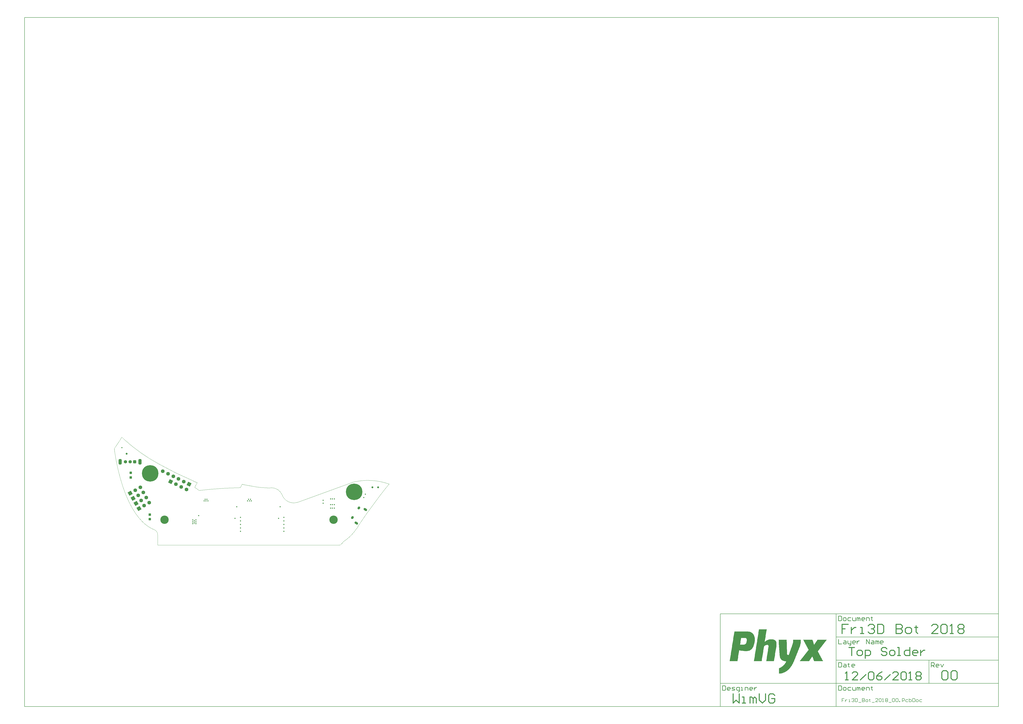
<source format=gts>
G04*
G04 #@! TF.GenerationSoftware,Altium Limited,Altium Designer,18.1.6 (161)*
G04*
G04 Layer_Color=8388736*
%FSLAX25Y25*%
%MOIN*%
G70*
G01*
G75*
%ADD11C,0.00787*%
%ADD12C,0.01575*%
%ADD13C,0.00394*%
%ADD14C,0.00984*%
G04:AMPARAMS|DCode=15|XSize=64.96mil|YSize=39.37mil|CornerRadius=0mil|HoleSize=0mil|Usage=FLASHONLY|Rotation=146.000|XOffset=0mil|YOffset=0mil|HoleType=Round|Shape=Round|*
%AMOVALD15*
21,1,0.02559,0.03937,0.00000,0.00000,146.0*
1,1,0.03937,0.01061,-0.00716*
1,1,0.03937,-0.01061,0.00716*
%
%ADD15OVALD15*%

G04:AMPARAMS|DCode=16|XSize=53.15mil|YSize=41.34mil|CornerRadius=0mil|HoleSize=0mil|Usage=FLASHONLY|Rotation=56.000|XOffset=0mil|YOffset=0mil|HoleType=Round|Shape=Round|*
%AMOVALD16*
21,1,0.01181,0.04134,0.00000,0.00000,56.0*
1,1,0.04134,-0.00330,-0.00490*
1,1,0.04134,0.00330,0.00490*
%
%ADD16OVALD16*%

%ADD17C,0.03150*%
G04:AMPARAMS|DCode=18|XSize=55.12mil|YSize=55.12mil|CornerRadius=14.76mil|HoleSize=0mil|Usage=FLASHONLY|Rotation=180.000|XOffset=0mil|YOffset=0mil|HoleType=Round|Shape=RoundedRectangle|*
%AMROUNDEDRECTD18*
21,1,0.05512,0.02559,0,0,180.0*
21,1,0.02559,0.05512,0,0,180.0*
1,1,0.02953,-0.01280,0.01280*
1,1,0.02953,0.01280,0.01280*
1,1,0.02953,0.01280,-0.01280*
1,1,0.02953,-0.01280,-0.01280*
%
%ADD18ROUNDEDRECTD18*%
%ADD19C,0.05512*%
G04:AMPARAMS|DCode=20|XSize=90.55mil|YSize=51.18mil|CornerRadius=13.78mil|HoleSize=0mil|Usage=FLASHONLY|Rotation=270.000|XOffset=0mil|YOffset=0mil|HoleType=Round|Shape=RoundedRectangle|*
%AMROUNDEDRECTD20*
21,1,0.09055,0.02362,0,0,270.0*
21,1,0.06299,0.05118,0,0,270.0*
1,1,0.02756,-0.01181,-0.03150*
1,1,0.02756,-0.01181,0.03150*
1,1,0.02756,0.01181,0.03150*
1,1,0.02756,0.01181,-0.03150*
%
%ADD20ROUNDEDRECTD20*%
%ADD21R,0.04331X0.04331*%
G04:AMPARAMS|DCode=22|XSize=43.31mil|YSize=43.31mil|CornerRadius=11.81mil|HoleSize=0mil|Usage=FLASHONLY|Rotation=270.000|XOffset=0mil|YOffset=0mil|HoleType=Round|Shape=RoundedRectangle|*
%AMROUNDEDRECTD22*
21,1,0.04331,0.01968,0,0,270.0*
21,1,0.01968,0.04331,0,0,270.0*
1,1,0.02362,-0.00984,-0.00984*
1,1,0.02362,-0.00984,0.00984*
1,1,0.02362,0.00984,0.00984*
1,1,0.02362,0.00984,-0.00984*
%
%ADD22ROUNDEDRECTD22*%
%ADD23C,0.14173*%
%ADD24C,0.27953*%
%ADD25C,0.06299*%
%ADD26P,0.08908X4X379.0*%
%ADD27P,0.08908X4X75.0*%
%ADD28C,0.01968*%
G36*
X913926Y-152365D02*
X915644D01*
Y-152651D01*
X916503D01*
Y-152937D01*
X917362D01*
Y-153224D01*
X918221D01*
Y-153510D01*
X918793D01*
Y-153796D01*
X919080D01*
Y-154083D01*
X919652D01*
Y-154369D01*
X919939D01*
Y-154655D01*
X920511D01*
Y-154942D01*
X920798D01*
Y-155228D01*
X921084D01*
Y-155514D01*
X921370D01*
Y-155801D01*
X921657D01*
Y-156087D01*
X921943D01*
Y-156373D01*
X922229D01*
Y-156659D01*
Y-156946D01*
X922515D01*
Y-157232D01*
X922802D01*
Y-157518D01*
Y-157805D01*
X923088D01*
Y-158091D01*
X923374D01*
Y-158377D01*
Y-158664D01*
X923661D01*
Y-158950D01*
Y-159236D01*
Y-159523D01*
X923947D01*
Y-159809D01*
Y-160095D01*
Y-160382D01*
X924233D01*
Y-160668D01*
Y-160954D01*
Y-161240D01*
Y-161527D01*
X924520D01*
Y-161813D01*
Y-162100D01*
Y-162386D01*
Y-162672D01*
Y-162958D01*
X924806D01*
Y-163245D01*
Y-163531D01*
Y-163817D01*
Y-164104D01*
Y-164390D01*
Y-164676D01*
Y-164963D01*
Y-165249D01*
Y-165535D01*
Y-165822D01*
Y-166108D01*
Y-166394D01*
Y-166681D01*
Y-166967D01*
Y-167253D01*
Y-167539D01*
Y-167826D01*
Y-168112D01*
Y-168398D01*
Y-168685D01*
X924520D01*
Y-168971D01*
Y-169257D01*
Y-169544D01*
Y-169830D01*
Y-170116D01*
Y-170403D01*
Y-170689D01*
X924233D01*
Y-170975D01*
Y-171262D01*
Y-171548D01*
Y-171834D01*
Y-172120D01*
X923947D01*
Y-172407D01*
Y-172693D01*
Y-172979D01*
Y-173266D01*
Y-173552D01*
X923661D01*
Y-173838D01*
Y-174125D01*
Y-174411D01*
X923374D01*
Y-174697D01*
Y-174984D01*
Y-175270D01*
Y-175556D01*
X923088D01*
Y-175842D01*
Y-176129D01*
Y-176415D01*
X922802D01*
Y-176701D01*
Y-176988D01*
X922515D01*
Y-177274D01*
Y-177560D01*
Y-177847D01*
X922229D01*
Y-178133D01*
Y-178419D01*
X921943D01*
Y-178706D01*
Y-178992D01*
X921657D01*
Y-179278D01*
Y-179565D01*
X921370D01*
Y-179851D01*
X921084D01*
Y-180137D01*
Y-180423D01*
X920798D01*
Y-180710D01*
X920511D01*
Y-180996D01*
X920225D01*
Y-181282D01*
Y-181569D01*
X919939D01*
Y-181855D01*
X919652D01*
Y-182141D01*
X919366D01*
Y-182428D01*
X919080D01*
Y-182714D01*
X918793D01*
Y-183000D01*
X918221D01*
Y-183287D01*
X917934D01*
Y-183573D01*
X917362D01*
Y-183859D01*
X917076D01*
Y-184146D01*
X916503D01*
Y-184432D01*
X915644D01*
Y-184718D01*
X914785D01*
Y-185004D01*
X913926D01*
Y-185291D01*
X912208D01*
Y-185577D01*
X907055D01*
Y-185291D01*
X904478D01*
Y-185004D01*
X902474D01*
Y-184718D01*
X901042D01*
Y-184432D01*
X899610D01*
Y-184146D01*
X898179D01*
Y-184432D01*
Y-184718D01*
Y-185004D01*
Y-185291D01*
Y-185577D01*
Y-185863D01*
Y-186150D01*
X897892D01*
Y-186436D01*
Y-186722D01*
Y-187009D01*
Y-187295D01*
Y-187581D01*
Y-187868D01*
X897606D01*
Y-188154D01*
Y-188440D01*
Y-188727D01*
Y-189013D01*
Y-189299D01*
Y-189585D01*
X897320D01*
Y-189872D01*
Y-190158D01*
Y-190444D01*
Y-190731D01*
Y-191017D01*
Y-191303D01*
Y-191590D01*
X897034D01*
Y-191876D01*
Y-192162D01*
Y-192449D01*
Y-192735D01*
Y-193021D01*
Y-193308D01*
X896747D01*
Y-193594D01*
Y-193880D01*
Y-194167D01*
Y-194453D01*
Y-194739D01*
Y-195025D01*
X896461D01*
Y-195312D01*
Y-195598D01*
Y-195884D01*
Y-196171D01*
Y-196457D01*
Y-196743D01*
Y-197030D01*
X896175D01*
Y-197316D01*
Y-197602D01*
Y-197889D01*
Y-198175D01*
Y-198461D01*
Y-198748D01*
X895888D01*
Y-199034D01*
Y-199320D01*
Y-199606D01*
Y-199893D01*
Y-200179D01*
Y-200465D01*
X895602D01*
Y-200752D01*
Y-201038D01*
Y-201324D01*
Y-201611D01*
Y-201897D01*
Y-202183D01*
Y-202470D01*
X882145D01*
Y-202183D01*
X882432D01*
Y-201897D01*
Y-201611D01*
Y-201324D01*
Y-201038D01*
Y-200752D01*
X882718D01*
Y-200465D01*
Y-200179D01*
Y-199893D01*
Y-199606D01*
Y-199320D01*
Y-199034D01*
Y-198748D01*
X883004D01*
Y-198461D01*
Y-198175D01*
Y-197889D01*
Y-197602D01*
Y-197316D01*
Y-197030D01*
X883291D01*
Y-196743D01*
Y-196457D01*
Y-196171D01*
Y-195884D01*
Y-195598D01*
Y-195312D01*
X883577D01*
Y-195025D01*
Y-194739D01*
Y-194453D01*
Y-194167D01*
Y-193880D01*
Y-193594D01*
Y-193308D01*
X883863D01*
Y-193021D01*
Y-192735D01*
Y-192449D01*
Y-192162D01*
Y-191876D01*
Y-191590D01*
X884149D01*
Y-191303D01*
Y-191017D01*
Y-190731D01*
Y-190444D01*
Y-190158D01*
Y-189872D01*
X884436D01*
Y-189585D01*
Y-189299D01*
Y-189013D01*
Y-188727D01*
Y-188440D01*
Y-188154D01*
X884722D01*
Y-187868D01*
Y-187581D01*
Y-187295D01*
Y-187009D01*
Y-186722D01*
Y-186436D01*
Y-186150D01*
X885009D01*
Y-185863D01*
Y-185577D01*
Y-185291D01*
Y-185004D01*
Y-184718D01*
Y-184432D01*
X885295D01*
Y-184146D01*
Y-183859D01*
Y-183573D01*
Y-183287D01*
Y-183000D01*
Y-182714D01*
X885581D01*
Y-182428D01*
Y-182141D01*
Y-181855D01*
Y-181569D01*
Y-181282D01*
Y-180996D01*
X885867D01*
Y-180710D01*
Y-180423D01*
Y-180137D01*
Y-179851D01*
Y-179565D01*
Y-179278D01*
Y-178992D01*
X886154D01*
Y-178706D01*
Y-178419D01*
Y-178133D01*
Y-177847D01*
Y-177560D01*
Y-177274D01*
X886440D01*
Y-176988D01*
Y-176701D01*
Y-176415D01*
Y-176129D01*
Y-175842D01*
Y-175556D01*
X886726D01*
Y-175270D01*
Y-174984D01*
Y-174697D01*
Y-174411D01*
Y-174125D01*
Y-173838D01*
Y-173552D01*
X887013D01*
Y-173266D01*
Y-172979D01*
Y-172693D01*
Y-172407D01*
Y-172120D01*
Y-171834D01*
X887299D01*
Y-171548D01*
Y-171262D01*
Y-170975D01*
Y-170689D01*
Y-170403D01*
Y-170116D01*
X887585D01*
Y-169830D01*
Y-169544D01*
Y-169257D01*
Y-168971D01*
Y-168685D01*
Y-168398D01*
X887872D01*
Y-168112D01*
Y-167826D01*
Y-167539D01*
Y-167253D01*
Y-166967D01*
Y-166681D01*
Y-166394D01*
X888158D01*
Y-166108D01*
Y-165822D01*
Y-165535D01*
Y-165249D01*
Y-164963D01*
Y-164676D01*
X888444D01*
Y-164390D01*
Y-164104D01*
Y-163817D01*
Y-163531D01*
Y-163245D01*
Y-162958D01*
X888731D01*
Y-162672D01*
Y-162386D01*
Y-162100D01*
Y-161813D01*
Y-161527D01*
Y-161240D01*
Y-160954D01*
X889017D01*
Y-160668D01*
Y-160382D01*
Y-160095D01*
Y-159809D01*
Y-159523D01*
Y-159236D01*
X889303D01*
Y-158950D01*
Y-158664D01*
Y-158377D01*
Y-158091D01*
Y-157805D01*
Y-157518D01*
X889590D01*
Y-157232D01*
Y-156946D01*
Y-156659D01*
Y-156373D01*
Y-156087D01*
Y-155801D01*
Y-155514D01*
X889876D01*
Y-155228D01*
Y-154942D01*
Y-154655D01*
Y-154369D01*
Y-154083D01*
Y-153796D01*
X890162D01*
Y-153510D01*
Y-153224D01*
Y-152937D01*
Y-152651D01*
Y-152365D01*
Y-152078D01*
X913926D01*
Y-152365D01*
D02*
G37*
G36*
X945134Y-148929D02*
Y-149215D01*
X944848D01*
Y-149502D01*
Y-149788D01*
Y-150074D01*
Y-150361D01*
Y-150647D01*
Y-150933D01*
X944561D01*
Y-151220D01*
Y-151506D01*
Y-151792D01*
Y-152078D01*
Y-152365D01*
Y-152651D01*
X944275D01*
Y-152937D01*
Y-153224D01*
Y-153510D01*
Y-153796D01*
Y-154083D01*
Y-154369D01*
Y-154655D01*
X943989D01*
Y-154942D01*
Y-155228D01*
Y-155514D01*
Y-155801D01*
Y-156087D01*
Y-156373D01*
X943703D01*
Y-156659D01*
Y-156946D01*
Y-157232D01*
Y-157518D01*
Y-157805D01*
Y-158091D01*
X943416D01*
Y-158377D01*
Y-158664D01*
Y-158950D01*
Y-159236D01*
Y-159523D01*
Y-159809D01*
Y-160095D01*
X943130D01*
Y-160382D01*
Y-160668D01*
Y-160954D01*
Y-161240D01*
Y-161527D01*
Y-161813D01*
X942844D01*
Y-162100D01*
Y-162386D01*
Y-162672D01*
Y-162958D01*
Y-163245D01*
Y-163531D01*
X942557D01*
Y-163817D01*
Y-164104D01*
Y-164390D01*
Y-164676D01*
Y-164963D01*
Y-165249D01*
X942271D01*
Y-165535D01*
Y-165822D01*
Y-166108D01*
Y-166394D01*
Y-166681D01*
Y-166967D01*
Y-167253D01*
X941985D01*
Y-167539D01*
Y-167826D01*
Y-168112D01*
Y-168398D01*
Y-168685D01*
Y-168971D01*
X941698D01*
Y-169257D01*
Y-169544D01*
X942271D01*
Y-169257D01*
X942557D01*
Y-168971D01*
X942844D01*
Y-168685D01*
X943416D01*
Y-168398D01*
X943703D01*
Y-168112D01*
X943989D01*
Y-167826D01*
X944561D01*
Y-167539D01*
X945134D01*
Y-167253D01*
X945420D01*
Y-166967D01*
X945993D01*
Y-166681D01*
X946852D01*
Y-166394D01*
X947425D01*
Y-166108D01*
X948284D01*
Y-165822D01*
X949715D01*
Y-165535D01*
X956014D01*
Y-165822D01*
X957159D01*
Y-166108D01*
X958018D01*
Y-166394D01*
X958591D01*
Y-166681D01*
X958877D01*
Y-166967D01*
X959450D01*
Y-167253D01*
X959736D01*
Y-167539D01*
X960022D01*
Y-167826D01*
X960309D01*
Y-168112D01*
X960595D01*
Y-168398D01*
Y-168685D01*
X960881D01*
Y-168971D01*
Y-169257D01*
X961168D01*
Y-169544D01*
Y-169830D01*
Y-170116D01*
X961454D01*
Y-170403D01*
Y-170689D01*
Y-170975D01*
Y-171262D01*
X961740D01*
Y-171548D01*
Y-171834D01*
Y-172120D01*
Y-172407D01*
Y-172693D01*
Y-172979D01*
Y-173266D01*
Y-173552D01*
Y-173838D01*
Y-174125D01*
Y-174411D01*
Y-174697D01*
Y-174984D01*
Y-175270D01*
Y-175556D01*
Y-175842D01*
Y-176129D01*
Y-176415D01*
X961454D01*
Y-176701D01*
Y-176988D01*
Y-177274D01*
Y-177560D01*
Y-177847D01*
Y-178133D01*
Y-178419D01*
X961168D01*
Y-178706D01*
Y-178992D01*
Y-179278D01*
Y-179565D01*
Y-179851D01*
Y-180137D01*
Y-180423D01*
X960881D01*
Y-180710D01*
Y-180996D01*
Y-181282D01*
Y-181569D01*
Y-181855D01*
Y-182141D01*
X960595D01*
Y-182428D01*
Y-182714D01*
Y-183000D01*
Y-183287D01*
Y-183573D01*
Y-183859D01*
X960309D01*
Y-184146D01*
Y-184432D01*
Y-184718D01*
Y-185004D01*
Y-185291D01*
Y-185577D01*
X960022D01*
Y-185863D01*
Y-186150D01*
Y-186436D01*
Y-186722D01*
Y-187009D01*
Y-187295D01*
Y-187581D01*
X959736D01*
Y-187868D01*
Y-188154D01*
Y-188440D01*
Y-188727D01*
Y-189013D01*
Y-189299D01*
X959450D01*
Y-189585D01*
Y-189872D01*
Y-190158D01*
Y-190444D01*
Y-190731D01*
Y-191017D01*
X959163D01*
Y-191303D01*
Y-191590D01*
Y-191876D01*
Y-192162D01*
Y-192449D01*
Y-192735D01*
Y-193021D01*
X958877D01*
Y-193308D01*
Y-193594D01*
Y-193880D01*
Y-194167D01*
Y-194453D01*
Y-194739D01*
X958591D01*
Y-195025D01*
Y-195312D01*
Y-195598D01*
Y-195884D01*
Y-196171D01*
Y-196457D01*
X958305D01*
Y-196743D01*
Y-197030D01*
Y-197316D01*
Y-197602D01*
Y-197889D01*
Y-198175D01*
X958018D01*
Y-198461D01*
Y-198748D01*
Y-199034D01*
Y-199320D01*
Y-199606D01*
Y-199893D01*
Y-200179D01*
X957732D01*
Y-200465D01*
Y-200752D01*
Y-201038D01*
Y-201324D01*
Y-201611D01*
Y-201897D01*
X957446D01*
Y-202183D01*
Y-202470D01*
X944275D01*
Y-202183D01*
Y-201897D01*
X944561D01*
Y-201611D01*
Y-201324D01*
Y-201038D01*
Y-200752D01*
Y-200465D01*
Y-200179D01*
X944848D01*
Y-199893D01*
Y-199606D01*
Y-199320D01*
Y-199034D01*
Y-198748D01*
Y-198461D01*
Y-198175D01*
X945134D01*
Y-197889D01*
Y-197602D01*
Y-197316D01*
Y-197030D01*
Y-196743D01*
Y-196457D01*
X945420D01*
Y-196171D01*
Y-195884D01*
Y-195598D01*
Y-195312D01*
Y-195025D01*
Y-194739D01*
X945707D01*
Y-194453D01*
Y-194167D01*
Y-193880D01*
Y-193594D01*
Y-193308D01*
Y-193021D01*
Y-192735D01*
X945993D01*
Y-192449D01*
Y-192162D01*
Y-191876D01*
Y-191590D01*
Y-191303D01*
Y-191017D01*
X946279D01*
Y-190731D01*
Y-190444D01*
Y-190158D01*
Y-189872D01*
Y-189585D01*
Y-189299D01*
Y-189013D01*
X946566D01*
Y-188727D01*
Y-188440D01*
Y-188154D01*
Y-187868D01*
Y-187581D01*
Y-187295D01*
X946852D01*
Y-187009D01*
Y-186722D01*
Y-186436D01*
Y-186150D01*
Y-185863D01*
Y-185577D01*
X947138D01*
Y-185291D01*
Y-185004D01*
Y-184718D01*
Y-184432D01*
Y-184146D01*
Y-183859D01*
X947425D01*
Y-183573D01*
Y-183287D01*
Y-183000D01*
Y-182714D01*
Y-182428D01*
Y-182141D01*
Y-181855D01*
X947711D01*
Y-181569D01*
Y-181282D01*
Y-180996D01*
Y-180710D01*
Y-180423D01*
Y-180137D01*
X947997D01*
Y-179851D01*
Y-179565D01*
Y-179278D01*
Y-178992D01*
Y-178706D01*
Y-178419D01*
Y-178133D01*
X948284D01*
Y-177847D01*
Y-177560D01*
Y-177274D01*
Y-176988D01*
Y-176701D01*
Y-176415D01*
X947997D01*
Y-176129D01*
Y-175842D01*
X947711D01*
Y-175556D01*
X947425D01*
Y-175270D01*
X946852D01*
Y-174984D01*
X945134D01*
Y-175270D01*
X943703D01*
Y-175556D01*
X942844D01*
Y-175842D01*
X942271D01*
Y-176129D01*
X941985D01*
Y-176415D01*
X941412D01*
Y-176701D01*
X941126D01*
Y-176988D01*
X940839D01*
Y-177274D01*
Y-177560D01*
X940553D01*
Y-177847D01*
Y-178133D01*
Y-178419D01*
X940267D01*
Y-178706D01*
Y-178992D01*
Y-179278D01*
Y-179565D01*
Y-179851D01*
Y-180137D01*
X939981D01*
Y-180423D01*
Y-180710D01*
Y-180996D01*
Y-181282D01*
Y-181569D01*
Y-181855D01*
Y-182141D01*
X939694D01*
Y-182428D01*
Y-182714D01*
Y-183000D01*
Y-183287D01*
Y-183573D01*
Y-183859D01*
X939408D01*
Y-184146D01*
Y-184432D01*
Y-184718D01*
Y-185004D01*
Y-185291D01*
Y-185577D01*
X939122D01*
Y-185863D01*
Y-186150D01*
Y-186436D01*
Y-186722D01*
Y-187009D01*
Y-187295D01*
X938835D01*
Y-187581D01*
Y-187868D01*
Y-188154D01*
Y-188440D01*
Y-188727D01*
Y-189013D01*
Y-189299D01*
X938549D01*
Y-189585D01*
Y-189872D01*
Y-190158D01*
Y-190444D01*
Y-190731D01*
Y-191017D01*
X938263D01*
Y-191303D01*
Y-191590D01*
Y-191876D01*
Y-192162D01*
Y-192449D01*
Y-192735D01*
X937976D01*
Y-193021D01*
Y-193308D01*
Y-193594D01*
Y-193880D01*
Y-194167D01*
Y-194453D01*
Y-194739D01*
X937690D01*
Y-195025D01*
Y-195312D01*
Y-195598D01*
Y-195884D01*
Y-196171D01*
Y-196457D01*
X937404D01*
Y-196743D01*
Y-197030D01*
Y-197316D01*
Y-197602D01*
Y-197889D01*
Y-198175D01*
X937117D01*
Y-198461D01*
Y-198748D01*
Y-199034D01*
Y-199320D01*
Y-199606D01*
Y-199893D01*
X936831D01*
Y-200179D01*
Y-200465D01*
Y-200752D01*
Y-201038D01*
Y-201324D01*
Y-201611D01*
Y-201897D01*
X936545D01*
Y-202183D01*
Y-202470D01*
X923374D01*
Y-202183D01*
Y-201897D01*
X923661D01*
Y-201611D01*
Y-201324D01*
Y-201038D01*
Y-200752D01*
Y-200465D01*
Y-200179D01*
Y-199893D01*
X923947D01*
Y-199606D01*
Y-199320D01*
Y-199034D01*
Y-198748D01*
Y-198461D01*
Y-198175D01*
X924233D01*
Y-197889D01*
Y-197602D01*
Y-197316D01*
Y-197030D01*
Y-196743D01*
Y-196457D01*
X924520D01*
Y-196171D01*
Y-195884D01*
Y-195598D01*
Y-195312D01*
Y-195025D01*
Y-194739D01*
Y-194453D01*
X924806D01*
Y-194167D01*
Y-193880D01*
Y-193594D01*
Y-193308D01*
Y-193021D01*
Y-192735D01*
X925092D01*
Y-192449D01*
Y-192162D01*
Y-191876D01*
Y-191590D01*
Y-191303D01*
Y-191017D01*
X925379D01*
Y-190731D01*
Y-190444D01*
Y-190158D01*
Y-189872D01*
Y-189585D01*
Y-189299D01*
X925665D01*
Y-189013D01*
Y-188727D01*
Y-188440D01*
Y-188154D01*
Y-187868D01*
Y-187581D01*
Y-187295D01*
X925951D01*
Y-187009D01*
Y-186722D01*
Y-186436D01*
Y-186150D01*
Y-185863D01*
Y-185577D01*
X926237D01*
Y-185291D01*
Y-185004D01*
Y-184718D01*
Y-184432D01*
Y-184146D01*
Y-183859D01*
X926524D01*
Y-183573D01*
Y-183287D01*
Y-183000D01*
Y-182714D01*
Y-182428D01*
Y-182141D01*
Y-181855D01*
X926810D01*
Y-181569D01*
Y-181282D01*
Y-180996D01*
Y-180710D01*
Y-180423D01*
Y-180137D01*
X927096D01*
Y-179851D01*
Y-179565D01*
Y-179278D01*
Y-178992D01*
Y-178706D01*
Y-178419D01*
X927383D01*
Y-178133D01*
Y-177847D01*
Y-177560D01*
Y-177274D01*
Y-176988D01*
Y-176701D01*
X927669D01*
Y-176415D01*
Y-176129D01*
Y-175842D01*
Y-175556D01*
Y-175270D01*
Y-174984D01*
Y-174697D01*
X927955D01*
Y-174411D01*
Y-174125D01*
Y-173838D01*
Y-173552D01*
Y-173266D01*
Y-172979D01*
X928242D01*
Y-172693D01*
Y-172407D01*
Y-172120D01*
Y-171834D01*
Y-171548D01*
Y-171262D01*
X928528D01*
Y-170975D01*
Y-170689D01*
Y-170403D01*
Y-170116D01*
Y-169830D01*
Y-169544D01*
X928814D01*
Y-169257D01*
Y-168971D01*
Y-168685D01*
Y-168398D01*
Y-168112D01*
Y-167826D01*
Y-167539D01*
X929101D01*
Y-167253D01*
Y-166967D01*
Y-166681D01*
Y-166394D01*
Y-166108D01*
Y-165822D01*
X929387D01*
Y-165535D01*
Y-165249D01*
Y-164963D01*
Y-164676D01*
Y-164390D01*
Y-164104D01*
X929673D01*
Y-163817D01*
Y-163531D01*
Y-163245D01*
Y-162958D01*
Y-162672D01*
Y-162386D01*
Y-162100D01*
X929960D01*
Y-161813D01*
Y-161527D01*
Y-161240D01*
Y-160954D01*
Y-160668D01*
Y-160382D01*
X930246D01*
Y-160095D01*
Y-159809D01*
Y-159523D01*
Y-159236D01*
Y-158950D01*
Y-158664D01*
X930532D01*
Y-158377D01*
Y-158091D01*
Y-157805D01*
Y-157518D01*
Y-157232D01*
Y-156946D01*
X930818D01*
Y-156659D01*
Y-156373D01*
Y-156087D01*
Y-155801D01*
Y-155514D01*
Y-155228D01*
Y-154942D01*
X931105D01*
Y-154655D01*
Y-154369D01*
Y-154083D01*
Y-153796D01*
Y-153510D01*
Y-153224D01*
X931391D01*
Y-152937D01*
Y-152651D01*
Y-152365D01*
Y-152078D01*
Y-151792D01*
Y-151506D01*
X931678D01*
Y-151220D01*
Y-150933D01*
Y-150647D01*
Y-150361D01*
Y-150074D01*
Y-149788D01*
Y-149502D01*
X931964D01*
Y-149215D01*
Y-148929D01*
Y-148643D01*
X945134D01*
Y-148929D01*
D02*
G37*
G36*
X1047062Y-166394D02*
X1046775D01*
Y-166681D01*
X1046489D01*
Y-166967D01*
Y-167253D01*
X1046203D01*
Y-167539D01*
X1045916D01*
Y-167826D01*
X1045630D01*
Y-168112D01*
Y-168398D01*
X1045344D01*
Y-168685D01*
X1045057D01*
Y-168971D01*
X1044771D01*
Y-169257D01*
X1044485D01*
Y-169544D01*
Y-169830D01*
X1044198D01*
Y-170116D01*
X1043912D01*
Y-170403D01*
X1043626D01*
Y-170689D01*
Y-170975D01*
X1043340D01*
Y-171262D01*
X1043053D01*
Y-171548D01*
X1042767D01*
Y-171834D01*
X1042480D01*
Y-172120D01*
Y-172407D01*
X1042194D01*
Y-172693D01*
X1041908D01*
Y-172979D01*
X1041622D01*
Y-173266D01*
Y-173552D01*
X1041335D01*
Y-173838D01*
X1041049D01*
Y-174125D01*
X1040763D01*
Y-174411D01*
Y-174697D01*
X1040476D01*
Y-174984D01*
X1040190D01*
Y-175270D01*
X1039904D01*
Y-175556D01*
X1039617D01*
Y-175842D01*
Y-176129D01*
X1039331D01*
Y-176415D01*
X1039045D01*
Y-176701D01*
X1038758D01*
Y-176988D01*
Y-177274D01*
X1038472D01*
Y-177560D01*
X1038186D01*
Y-177847D01*
X1037899D01*
Y-178133D01*
Y-178419D01*
X1037613D01*
Y-178706D01*
X1037327D01*
Y-178992D01*
X1037041D01*
Y-179278D01*
X1036754D01*
Y-179565D01*
Y-179851D01*
X1036468D01*
Y-180137D01*
X1036182D01*
Y-180423D01*
X1035895D01*
Y-180710D01*
Y-180996D01*
X1035609D01*
Y-181282D01*
X1035323D01*
Y-181569D01*
X1035036D01*
Y-181855D01*
Y-182141D01*
X1034750D01*
Y-182428D01*
X1034464D01*
Y-182714D01*
X1034177D01*
Y-183000D01*
X1033891D01*
Y-183287D01*
Y-183573D01*
X1033605D01*
Y-183859D01*
X1033319D01*
Y-184146D01*
X1033032D01*
Y-184432D01*
Y-184718D01*
X1032746D01*
Y-185004D01*
X1032460D01*
Y-185291D01*
X1032173D01*
Y-185577D01*
X1031887D01*
Y-185863D01*
Y-186150D01*
X1032173D01*
Y-186436D01*
Y-186722D01*
X1032460D01*
Y-187009D01*
Y-187295D01*
X1032746D01*
Y-187581D01*
X1033032D01*
Y-187868D01*
Y-188154D01*
X1033319D01*
Y-188440D01*
Y-188727D01*
X1033605D01*
Y-189013D01*
Y-189299D01*
X1033891D01*
Y-189585D01*
Y-189872D01*
X1034177D01*
Y-190158D01*
Y-190444D01*
X1034464D01*
Y-190731D01*
Y-191017D01*
X1034750D01*
Y-191303D01*
Y-191590D01*
X1035036D01*
Y-191876D01*
Y-192162D01*
X1035323D01*
Y-192449D01*
X1035609D01*
Y-192735D01*
Y-193021D01*
X1035895D01*
Y-193308D01*
Y-193594D01*
X1036182D01*
Y-193880D01*
Y-194167D01*
X1036468D01*
Y-194453D01*
Y-194739D01*
X1036754D01*
Y-195025D01*
Y-195312D01*
X1037041D01*
Y-195598D01*
Y-195884D01*
X1037327D01*
Y-196171D01*
Y-196457D01*
X1037613D01*
Y-196743D01*
X1037899D01*
Y-197030D01*
Y-197316D01*
X1038186D01*
Y-197602D01*
Y-197889D01*
X1038472D01*
Y-198175D01*
Y-198461D01*
X1038758D01*
Y-198748D01*
Y-199034D01*
X1039045D01*
Y-199320D01*
Y-199606D01*
X1039331D01*
Y-199893D01*
Y-200179D01*
X1039617D01*
Y-200465D01*
Y-200752D01*
X1039904D01*
Y-201038D01*
X1040190D01*
Y-201324D01*
Y-201611D01*
X1040476D01*
Y-201897D01*
Y-202183D01*
X1040763D01*
Y-202470D01*
X1025588D01*
Y-202183D01*
X1025302D01*
Y-201897D01*
Y-201611D01*
Y-201324D01*
X1025016D01*
Y-201038D01*
Y-200752D01*
Y-200465D01*
X1024729D01*
Y-200179D01*
Y-199893D01*
X1024443D01*
Y-199606D01*
Y-199320D01*
Y-199034D01*
X1024156D01*
Y-198748D01*
Y-198461D01*
Y-198175D01*
X1023870D01*
Y-197889D01*
Y-197602D01*
X1023584D01*
Y-197316D01*
Y-197030D01*
Y-196743D01*
X1023298D01*
Y-196457D01*
Y-196171D01*
Y-195884D01*
X1023011D01*
Y-195598D01*
Y-195312D01*
Y-195025D01*
X1022725D01*
Y-194739D01*
X1022152D01*
Y-195025D01*
Y-195312D01*
X1021866D01*
Y-195598D01*
X1021580D01*
Y-195884D01*
Y-196171D01*
X1021293D01*
Y-196457D01*
X1021007D01*
Y-196743D01*
Y-197030D01*
X1020721D01*
Y-197316D01*
X1020434D01*
Y-197602D01*
Y-197889D01*
X1020148D01*
Y-198175D01*
X1019862D01*
Y-198461D01*
X1019576D01*
Y-198748D01*
Y-199034D01*
X1019289D01*
Y-199320D01*
X1019003D01*
Y-199606D01*
Y-199893D01*
X1018717D01*
Y-200179D01*
X1018430D01*
Y-200465D01*
Y-200752D01*
X1018144D01*
Y-201038D01*
X1017858D01*
Y-201324D01*
Y-201611D01*
X1017571D01*
Y-201897D01*
X1017285D01*
Y-202183D01*
Y-202470D01*
X1001252D01*
Y-202183D01*
X1001538D01*
Y-201897D01*
X1001824D01*
Y-201611D01*
X1002110D01*
Y-201324D01*
X1002397D01*
Y-201038D01*
Y-200752D01*
X1002683D01*
Y-200465D01*
X1002969D01*
Y-200179D01*
X1003256D01*
Y-199893D01*
X1003542D01*
Y-199606D01*
Y-199320D01*
X1003828D01*
Y-199034D01*
X1004115D01*
Y-198748D01*
X1004401D01*
Y-198461D01*
Y-198175D01*
X1004687D01*
Y-197889D01*
X1004974D01*
Y-197602D01*
X1005260D01*
Y-197316D01*
X1005546D01*
Y-197030D01*
Y-196743D01*
X1005832D01*
Y-196457D01*
X1006119D01*
Y-196171D01*
X1006405D01*
Y-195884D01*
X1006691D01*
Y-195598D01*
Y-195312D01*
X1006978D01*
Y-195025D01*
X1007264D01*
Y-194739D01*
X1007550D01*
Y-194453D01*
Y-194167D01*
X1007837D01*
Y-193880D01*
X1008123D01*
Y-193594D01*
X1008409D01*
Y-193308D01*
X1008696D01*
Y-193021D01*
Y-192735D01*
X1008982D01*
Y-192449D01*
X1009268D01*
Y-192162D01*
X1009555D01*
Y-191876D01*
Y-191590D01*
X1009841D01*
Y-191303D01*
X1010127D01*
Y-191017D01*
X1010413D01*
Y-190731D01*
X1010700D01*
Y-190444D01*
Y-190158D01*
X1010986D01*
Y-189872D01*
X1011272D01*
Y-189585D01*
X1011559D01*
Y-189299D01*
Y-189013D01*
X1011845D01*
Y-188727D01*
X1012131D01*
Y-188440D01*
X1012418D01*
Y-188154D01*
X1012704D01*
Y-187868D01*
Y-187581D01*
X1012990D01*
Y-187295D01*
X1013277D01*
Y-187009D01*
X1013563D01*
Y-186722D01*
X1013849D01*
Y-186436D01*
Y-186150D01*
X1014136D01*
Y-185863D01*
X1014422D01*
Y-185577D01*
X1014708D01*
Y-185291D01*
Y-185004D01*
X1014995D01*
Y-184718D01*
X1015281D01*
Y-184432D01*
X1015567D01*
Y-184146D01*
X1015853D01*
Y-183859D01*
Y-183573D01*
X1016140D01*
Y-183287D01*
Y-183000D01*
Y-182714D01*
X1015853D01*
Y-182428D01*
X1015567D01*
Y-182141D01*
Y-181855D01*
X1015281D01*
Y-181569D01*
Y-181282D01*
X1014995D01*
Y-180996D01*
Y-180710D01*
X1014708D01*
Y-180423D01*
Y-180137D01*
X1014422D01*
Y-179851D01*
Y-179565D01*
X1014136D01*
Y-179278D01*
Y-178992D01*
X1013849D01*
Y-178706D01*
X1013563D01*
Y-178419D01*
Y-178133D01*
X1013277D01*
Y-177847D01*
Y-177560D01*
X1012990D01*
Y-177274D01*
Y-176988D01*
X1012704D01*
Y-176701D01*
Y-176415D01*
X1012418D01*
Y-176129D01*
Y-175842D01*
X1012131D01*
Y-175556D01*
Y-175270D01*
X1011845D01*
Y-174984D01*
X1011559D01*
Y-174697D01*
Y-174411D01*
X1011272D01*
Y-174125D01*
Y-173838D01*
X1010986D01*
Y-173552D01*
Y-173266D01*
X1010700D01*
Y-172979D01*
Y-172693D01*
X1010413D01*
Y-172407D01*
Y-172120D01*
X1010127D01*
Y-171834D01*
Y-171548D01*
X1009841D01*
Y-171262D01*
Y-170975D01*
X1009555D01*
Y-170689D01*
X1009268D01*
Y-170403D01*
Y-170116D01*
X1008982D01*
Y-169830D01*
Y-169544D01*
X1008696D01*
Y-169257D01*
Y-168971D01*
X1008409D01*
Y-168685D01*
Y-168398D01*
X1008123D01*
Y-168112D01*
Y-167826D01*
X1007837D01*
Y-167539D01*
Y-167253D01*
X1007550D01*
Y-166967D01*
X1007264D01*
Y-166681D01*
Y-166394D01*
X1006978D01*
Y-166108D01*
X1022725D01*
Y-166394D01*
X1023011D01*
Y-166681D01*
Y-166967D01*
Y-167253D01*
X1023298D01*
Y-167539D01*
Y-167826D01*
Y-168112D01*
X1023584D01*
Y-168398D01*
Y-168685D01*
Y-168971D01*
X1023870D01*
Y-169257D01*
Y-169544D01*
Y-169830D01*
X1024156D01*
Y-170116D01*
Y-170403D01*
Y-170689D01*
X1024443D01*
Y-170975D01*
Y-171262D01*
Y-171548D01*
X1024729D01*
Y-171834D01*
Y-172120D01*
Y-172407D01*
X1025016D01*
Y-172693D01*
Y-172979D01*
Y-173266D01*
X1025302D01*
Y-173552D01*
Y-173838D01*
Y-174125D01*
Y-174411D01*
X1025874D01*
Y-174125D01*
X1026161D01*
Y-173838D01*
X1026447D01*
Y-173552D01*
Y-173266D01*
X1026733D01*
Y-172979D01*
X1027020D01*
Y-172693D01*
Y-172407D01*
X1027306D01*
Y-172120D01*
X1027592D01*
Y-171834D01*
Y-171548D01*
X1027879D01*
Y-171262D01*
X1028165D01*
Y-170975D01*
Y-170689D01*
X1028451D01*
Y-170403D01*
X1028738D01*
Y-170116D01*
Y-169830D01*
X1029024D01*
Y-169544D01*
X1029310D01*
Y-169257D01*
Y-168971D01*
X1029597D01*
Y-168685D01*
X1029883D01*
Y-168398D01*
Y-168112D01*
X1030169D01*
Y-167826D01*
X1030455D01*
Y-167539D01*
Y-167253D01*
X1030742D01*
Y-166967D01*
X1031028D01*
Y-166681D01*
Y-166394D01*
X1031314D01*
Y-166108D01*
X1047062D01*
Y-166394D01*
D02*
G37*
G36*
X1002969D02*
Y-166681D01*
Y-166967D01*
Y-167253D01*
Y-167539D01*
Y-167826D01*
Y-168112D01*
Y-168398D01*
Y-168685D01*
Y-168971D01*
Y-169257D01*
Y-169544D01*
Y-169830D01*
Y-170116D01*
Y-170403D01*
Y-170689D01*
Y-170975D01*
Y-171262D01*
Y-171548D01*
Y-171834D01*
Y-172120D01*
X1002683D01*
Y-172407D01*
Y-172693D01*
Y-172979D01*
Y-173266D01*
Y-173552D01*
X1002397D01*
Y-173838D01*
Y-174125D01*
Y-174411D01*
Y-174697D01*
X1002110D01*
Y-174984D01*
Y-175270D01*
Y-175556D01*
Y-175842D01*
X1001824D01*
Y-176129D01*
Y-176415D01*
Y-176701D01*
X1001538D01*
Y-176988D01*
Y-177274D01*
Y-177560D01*
X1001252D01*
Y-177847D01*
Y-178133D01*
Y-178419D01*
X1000965D01*
Y-178706D01*
Y-178992D01*
Y-179278D01*
X1000679D01*
Y-179565D01*
Y-179851D01*
X1000393D01*
Y-180137D01*
Y-180423D01*
X1000106D01*
Y-180710D01*
Y-180996D01*
Y-181282D01*
X999820D01*
Y-181569D01*
Y-181855D01*
X999534D01*
Y-182141D01*
Y-182428D01*
Y-182714D01*
X999247D01*
Y-183000D01*
Y-183287D01*
X998961D01*
Y-183573D01*
Y-183859D01*
Y-184146D01*
X998675D01*
Y-184432D01*
Y-184718D01*
X998388D01*
Y-185004D01*
Y-185291D01*
Y-185577D01*
X998102D01*
Y-185863D01*
Y-186150D01*
X997816D01*
Y-186436D01*
Y-186722D01*
Y-187009D01*
X997529D01*
Y-187295D01*
Y-187581D01*
X997243D01*
Y-187868D01*
Y-188154D01*
Y-188440D01*
X996957D01*
Y-188727D01*
Y-189013D01*
X996671D01*
Y-189299D01*
Y-189585D01*
Y-189872D01*
X996384D01*
Y-190158D01*
Y-190444D01*
X996098D01*
Y-190731D01*
Y-191017D01*
Y-191303D01*
X995811D01*
Y-191590D01*
Y-191876D01*
X995525D01*
Y-192162D01*
Y-192449D01*
Y-192735D01*
X995239D01*
Y-193021D01*
Y-193308D01*
X994953D01*
Y-193594D01*
Y-193880D01*
Y-194167D01*
X994666D01*
Y-194453D01*
Y-194739D01*
X994380D01*
Y-195025D01*
Y-195312D01*
Y-195598D01*
X994094D01*
Y-195884D01*
Y-196171D01*
X993807D01*
Y-196457D01*
Y-196743D01*
Y-197030D01*
X993521D01*
Y-197316D01*
Y-197602D01*
X993235D01*
Y-197889D01*
Y-198175D01*
Y-198461D01*
X992948D01*
Y-198748D01*
Y-199034D01*
X992662D01*
Y-199320D01*
Y-199606D01*
Y-199893D01*
X992376D01*
Y-200179D01*
Y-200465D01*
X992089D01*
Y-200752D01*
Y-201038D01*
Y-201324D01*
X991803D01*
Y-201611D01*
Y-201897D01*
X991517D01*
Y-202183D01*
Y-202470D01*
Y-202756D01*
X991230D01*
Y-203042D01*
Y-203328D01*
X990944D01*
Y-203615D01*
Y-203901D01*
X990658D01*
Y-204187D01*
Y-204474D01*
X990372D01*
Y-204760D01*
Y-205046D01*
Y-205333D01*
X990085D01*
Y-205619D01*
X989799D01*
Y-205905D01*
Y-206192D01*
Y-206478D01*
X989513D01*
Y-206764D01*
X989226D01*
Y-207051D01*
Y-207337D01*
X988940D01*
Y-207623D01*
Y-207909D01*
X988654D01*
Y-208196D01*
Y-208482D01*
X988367D01*
Y-208769D01*
Y-209055D01*
X988081D01*
Y-209341D01*
X987795D01*
Y-209627D01*
Y-209914D01*
X987508D01*
Y-210200D01*
Y-210486D01*
X987222D01*
Y-210773D01*
X986936D01*
Y-211059D01*
X986650D01*
Y-211345D01*
Y-211632D01*
X986363D01*
Y-211918D01*
X986077D01*
Y-212204D01*
Y-212491D01*
X985791D01*
Y-212777D01*
X985504D01*
Y-213063D01*
X985218D01*
Y-213350D01*
Y-213636D01*
X984932D01*
Y-213922D01*
X984645D01*
Y-214208D01*
X984359D01*
Y-214495D01*
X984073D01*
Y-214781D01*
X983786D01*
Y-215067D01*
Y-215354D01*
X983500D01*
Y-215640D01*
X983214D01*
Y-215926D01*
X982928D01*
Y-216213D01*
X982641D01*
Y-216499D01*
X982355D01*
Y-216785D01*
X982069D01*
Y-217072D01*
X981782D01*
Y-217358D01*
X981210D01*
Y-217644D01*
X980923D01*
Y-217931D01*
X980637D01*
Y-218217D01*
X980351D01*
Y-218503D01*
X980064D01*
Y-218789D01*
X979492D01*
Y-219076D01*
X979205D01*
Y-219362D01*
X978633D01*
Y-219648D01*
X978347D01*
Y-219935D01*
X977774D01*
Y-220221D01*
X977487D01*
Y-220507D01*
X976915D01*
Y-220794D01*
X976342D01*
Y-221080D01*
X975770D01*
Y-221366D01*
X975197D01*
Y-221653D01*
X974624D01*
Y-221939D01*
X973765D01*
Y-222225D01*
X973193D01*
Y-222512D01*
X972334D01*
Y-222798D01*
X971189D01*
Y-223084D01*
X970043D01*
Y-223370D01*
X968326D01*
Y-223657D01*
X966321D01*
Y-223943D01*
X966035D01*
Y-223657D01*
Y-223370D01*
Y-223084D01*
Y-222798D01*
Y-222512D01*
Y-222225D01*
Y-221939D01*
Y-221653D01*
Y-221366D01*
Y-221080D01*
Y-220794D01*
Y-220507D01*
Y-220221D01*
Y-219935D01*
Y-219648D01*
Y-219362D01*
Y-219076D01*
Y-218789D01*
Y-218503D01*
Y-218217D01*
Y-217931D01*
Y-217644D01*
Y-217358D01*
Y-217072D01*
Y-216785D01*
Y-216499D01*
Y-216213D01*
Y-215926D01*
Y-215640D01*
Y-215354D01*
Y-215067D01*
Y-214781D01*
Y-214495D01*
X966608D01*
Y-214208D01*
X967180D01*
Y-213922D01*
X967753D01*
Y-213636D01*
X968326D01*
Y-213350D01*
X968898D01*
Y-213063D01*
X969471D01*
Y-212777D01*
X969757D01*
Y-212491D01*
X970330D01*
Y-212204D01*
X970616D01*
Y-211918D01*
X971189D01*
Y-211632D01*
X971475D01*
Y-211345D01*
X971761D01*
Y-211059D01*
X972334D01*
Y-210773D01*
X972620D01*
Y-210486D01*
X972906D01*
Y-210200D01*
X973193D01*
Y-209914D01*
X973479D01*
Y-209627D01*
X973765D01*
Y-209341D01*
X974052D01*
Y-209055D01*
X974338D01*
Y-208769D01*
X974624D01*
Y-208482D01*
X974911D01*
Y-208196D01*
X975197D01*
Y-207909D01*
X975483D01*
Y-207623D01*
Y-207337D01*
X975770D01*
Y-207051D01*
X976056D01*
Y-206764D01*
X976342D01*
Y-206478D01*
Y-206192D01*
X976629D01*
Y-205905D01*
X976915D01*
Y-205619D01*
Y-205333D01*
X977201D01*
Y-205046D01*
Y-204760D01*
X977487D01*
Y-204474D01*
X977774D01*
Y-204187D01*
Y-203901D01*
X978060D01*
Y-203615D01*
Y-203328D01*
X978347D01*
Y-203042D01*
Y-202756D01*
X976629D01*
Y-202470D01*
X974624D01*
Y-202183D01*
X973479D01*
Y-201897D01*
X972906D01*
Y-201611D01*
X972048D01*
Y-201324D01*
X971475D01*
Y-201038D01*
X971189D01*
Y-200752D01*
X970616D01*
Y-200465D01*
X970330D01*
Y-200179D01*
X970043D01*
Y-199893D01*
X969757D01*
Y-199606D01*
X969471D01*
Y-199320D01*
X969184D01*
Y-199034D01*
Y-198748D01*
X968898D01*
Y-198461D01*
X968612D01*
Y-198175D01*
Y-197889D01*
X968326D01*
Y-197602D01*
Y-197316D01*
X968039D01*
Y-197030D01*
Y-196743D01*
X967753D01*
Y-196457D01*
Y-196171D01*
Y-195884D01*
X967467D01*
Y-195598D01*
Y-195312D01*
Y-195025D01*
Y-194739D01*
X967180D01*
Y-194453D01*
Y-194167D01*
Y-193880D01*
Y-193594D01*
Y-193308D01*
Y-193021D01*
Y-192735D01*
X966894D01*
Y-192449D01*
Y-192162D01*
Y-191876D01*
Y-191590D01*
Y-191303D01*
Y-191017D01*
Y-190731D01*
Y-190444D01*
Y-190158D01*
Y-189872D01*
Y-189585D01*
Y-189299D01*
Y-189013D01*
Y-188727D01*
Y-188440D01*
X966608D01*
Y-188154D01*
Y-187868D01*
Y-187581D01*
Y-187295D01*
Y-187009D01*
Y-186722D01*
Y-186436D01*
Y-186150D01*
Y-185863D01*
Y-185577D01*
Y-185291D01*
Y-185004D01*
Y-184718D01*
Y-184432D01*
Y-184146D01*
X966321D01*
Y-183859D01*
Y-183573D01*
Y-183287D01*
Y-183000D01*
Y-182714D01*
Y-182428D01*
Y-182141D01*
Y-181855D01*
Y-181569D01*
Y-181282D01*
Y-180996D01*
Y-180710D01*
Y-180423D01*
Y-180137D01*
Y-179851D01*
Y-179565D01*
X966035D01*
Y-179278D01*
Y-178992D01*
Y-178706D01*
Y-178419D01*
Y-178133D01*
Y-177847D01*
Y-177560D01*
Y-177274D01*
Y-176988D01*
Y-176701D01*
Y-176415D01*
Y-176129D01*
Y-175842D01*
Y-175556D01*
Y-175270D01*
Y-174984D01*
X965749D01*
Y-174697D01*
Y-174411D01*
Y-174125D01*
Y-173838D01*
Y-173552D01*
Y-173266D01*
Y-172979D01*
Y-172693D01*
Y-172407D01*
Y-172120D01*
Y-171834D01*
Y-171548D01*
Y-171262D01*
Y-170975D01*
X965462D01*
Y-170689D01*
Y-170403D01*
Y-170116D01*
Y-169830D01*
Y-169544D01*
Y-169257D01*
Y-168971D01*
Y-168685D01*
Y-168398D01*
Y-168112D01*
Y-167826D01*
Y-167539D01*
Y-167253D01*
Y-166967D01*
Y-166681D01*
Y-166394D01*
X965176D01*
Y-166108D01*
X978919D01*
Y-166394D01*
Y-166681D01*
Y-166967D01*
Y-167253D01*
Y-167539D01*
Y-167826D01*
Y-168112D01*
Y-168398D01*
Y-168685D01*
Y-168971D01*
Y-169257D01*
Y-169544D01*
Y-169830D01*
Y-170116D01*
X979205D01*
Y-170403D01*
Y-170689D01*
Y-170975D01*
Y-171262D01*
Y-171548D01*
Y-171834D01*
Y-172120D01*
Y-172407D01*
Y-172693D01*
Y-172979D01*
Y-173266D01*
Y-173552D01*
Y-173838D01*
Y-174125D01*
Y-174411D01*
Y-174697D01*
Y-174984D01*
Y-175270D01*
Y-175556D01*
Y-175842D01*
Y-176129D01*
Y-176415D01*
Y-176701D01*
Y-176988D01*
Y-177274D01*
Y-177560D01*
Y-177847D01*
Y-178133D01*
Y-178419D01*
Y-178706D01*
Y-178992D01*
Y-179278D01*
Y-179565D01*
Y-179851D01*
Y-180137D01*
Y-180423D01*
Y-180710D01*
Y-180996D01*
Y-181282D01*
Y-181569D01*
Y-181855D01*
X979492D01*
Y-182141D01*
X979205D01*
Y-182428D01*
Y-182714D01*
X979492D01*
Y-183000D01*
Y-183287D01*
Y-183573D01*
Y-183859D01*
Y-184146D01*
Y-184432D01*
Y-184718D01*
Y-185004D01*
Y-185291D01*
Y-185577D01*
Y-185863D01*
Y-186150D01*
Y-186436D01*
Y-186722D01*
Y-187009D01*
Y-187295D01*
Y-187581D01*
Y-187868D01*
Y-188154D01*
Y-188440D01*
Y-188727D01*
Y-189013D01*
Y-189299D01*
Y-189585D01*
Y-189872D01*
Y-190158D01*
X979778D01*
Y-190444D01*
Y-190731D01*
Y-191017D01*
X980064D01*
Y-191303D01*
X980351D01*
Y-191590D01*
X980637D01*
Y-191876D01*
X981496D01*
Y-192162D01*
X982355D01*
Y-191876D01*
X982641D01*
Y-191590D01*
Y-191303D01*
Y-191017D01*
X982928D01*
Y-190731D01*
Y-190444D01*
X983214D01*
Y-190158D01*
Y-189872D01*
Y-189585D01*
X983500D01*
Y-189299D01*
Y-189013D01*
Y-188727D01*
X983786D01*
Y-188440D01*
Y-188154D01*
Y-187868D01*
X984073D01*
Y-187581D01*
Y-187295D01*
Y-187009D01*
X984359D01*
Y-186722D01*
Y-186436D01*
X984645D01*
Y-186150D01*
Y-185863D01*
Y-185577D01*
X984932D01*
Y-185291D01*
Y-185004D01*
Y-184718D01*
X985218D01*
Y-184432D01*
Y-184146D01*
Y-183859D01*
X985504D01*
Y-183573D01*
Y-183287D01*
X985791D01*
Y-183000D01*
Y-182714D01*
Y-182428D01*
X986077D01*
Y-182141D01*
Y-181855D01*
Y-181569D01*
X986363D01*
Y-181282D01*
Y-180996D01*
Y-180710D01*
X986650D01*
Y-180423D01*
Y-180137D01*
X986936D01*
Y-179851D01*
Y-179565D01*
Y-179278D01*
X987222D01*
Y-178992D01*
Y-178706D01*
Y-178419D01*
X987508D01*
Y-178133D01*
Y-177847D01*
Y-177560D01*
X987795D01*
Y-177274D01*
Y-176988D01*
X988081D01*
Y-176701D01*
Y-176415D01*
Y-176129D01*
X988367D01*
Y-175842D01*
Y-175556D01*
Y-175270D01*
X988654D01*
Y-174984D01*
Y-174697D01*
Y-174411D01*
X988940D01*
Y-174125D01*
Y-173838D01*
Y-173552D01*
Y-173266D01*
X989226D01*
Y-172979D01*
Y-172693D01*
Y-172407D01*
Y-172120D01*
X989513D01*
Y-171834D01*
Y-171548D01*
Y-171262D01*
Y-170975D01*
Y-170689D01*
X989799D01*
Y-170403D01*
Y-170116D01*
Y-169830D01*
Y-169544D01*
Y-169257D01*
Y-168971D01*
X990085D01*
Y-168685D01*
Y-168398D01*
Y-168112D01*
Y-167826D01*
Y-167539D01*
Y-167253D01*
Y-166967D01*
Y-166681D01*
Y-166394D01*
Y-166108D01*
X1002969D01*
Y-166394D01*
D02*
G37*
%LPC*%
G36*
X909631Y-163245D02*
X901615D01*
Y-163531D01*
Y-163817D01*
Y-164104D01*
Y-164390D01*
Y-164676D01*
X901328D01*
Y-164963D01*
Y-165249D01*
Y-165535D01*
Y-165822D01*
Y-166108D01*
Y-166394D01*
X901042D01*
Y-166681D01*
Y-166967D01*
Y-167253D01*
Y-167539D01*
Y-167826D01*
Y-168112D01*
X900756D01*
Y-168398D01*
Y-168685D01*
Y-168971D01*
Y-169257D01*
Y-169544D01*
Y-169830D01*
X900469D01*
Y-170116D01*
Y-170403D01*
Y-170689D01*
Y-170975D01*
Y-171262D01*
Y-171548D01*
Y-171834D01*
X900183D01*
Y-172120D01*
Y-172407D01*
Y-172693D01*
Y-172979D01*
Y-173266D01*
Y-173552D01*
X899897D01*
Y-173838D01*
Y-174125D01*
Y-174411D01*
X907055D01*
Y-174125D01*
X908200D01*
Y-173838D01*
X908772D01*
Y-173552D01*
X909059D01*
Y-173266D01*
X909345D01*
Y-172979D01*
X909631D01*
Y-172693D01*
X909918D01*
Y-172407D01*
Y-172120D01*
X910204D01*
Y-171834D01*
Y-171548D01*
X910490D01*
Y-171262D01*
Y-170975D01*
X910777D01*
Y-170689D01*
Y-170403D01*
Y-170116D01*
Y-169830D01*
X911063D01*
Y-169544D01*
Y-169257D01*
Y-168971D01*
Y-168685D01*
Y-168398D01*
X911349D01*
Y-168112D01*
Y-167826D01*
Y-167539D01*
Y-167253D01*
Y-166967D01*
Y-166681D01*
Y-166394D01*
Y-166108D01*
Y-165822D01*
Y-165535D01*
Y-165249D01*
X911063D01*
Y-164963D01*
Y-164676D01*
X910777D01*
Y-164390D01*
Y-164104D01*
X910490D01*
Y-163817D01*
X910204D01*
Y-163531D01*
X909631D01*
Y-163245D01*
D02*
G37*
%LPD*%
D11*
X1220472Y-240158D02*
Y-200787D01*
X1062992Y-161417D02*
X1338583D01*
X1062992Y-200787D02*
X1338583D01*
X866142Y-240158D02*
X1338583D01*
X866142Y-122047D02*
X1338583D01*
X866142Y-279527D02*
Y-122047D01*
X1062992Y-279527D02*
Y-122047D01*
X-314961Y889764D02*
X1338583D01*
Y-279527D02*
Y889764D01*
X-314961Y-279527D02*
Y889764D01*
Y-279527D02*
X1338583D01*
X1076770Y-265750D02*
X1072835D01*
Y-268702D01*
X1074802D01*
X1072835D01*
Y-271654D01*
X1078738Y-267718D02*
Y-271654D01*
Y-269686D01*
X1079722Y-268702D01*
X1080706Y-267718D01*
X1081690D01*
X1084642Y-271654D02*
X1086610D01*
X1085626D01*
Y-267718D01*
X1084642D01*
X1089561Y-266734D02*
X1090545Y-265750D01*
X1092513D01*
X1093497Y-266734D01*
Y-267718D01*
X1092513Y-268702D01*
X1091529D01*
X1092513D01*
X1093497Y-269686D01*
Y-270670D01*
X1092513Y-271654D01*
X1090545D01*
X1089561Y-270670D01*
X1095465Y-265750D02*
Y-271654D01*
X1098417D01*
X1099401Y-270670D01*
Y-266734D01*
X1098417Y-265750D01*
X1095465D01*
X1101369Y-272638D02*
X1105304D01*
X1107272Y-265750D02*
Y-271654D01*
X1110224D01*
X1111208Y-270670D01*
Y-269686D01*
X1110224Y-268702D01*
X1107272D01*
X1110224D01*
X1111208Y-267718D01*
Y-266734D01*
X1110224Y-265750D01*
X1107272D01*
X1114160Y-271654D02*
X1116128D01*
X1117112Y-270670D01*
Y-268702D01*
X1116128Y-267718D01*
X1114160D01*
X1113176Y-268702D01*
Y-270670D01*
X1114160Y-271654D01*
X1120063Y-266734D02*
Y-267718D01*
X1119079D01*
X1121047D01*
X1120063D01*
Y-270670D01*
X1121047Y-271654D01*
X1123999Y-272638D02*
X1127935D01*
X1133838Y-271654D02*
X1129903D01*
X1133838Y-267718D01*
Y-266734D01*
X1132855Y-265750D01*
X1130887D01*
X1129903Y-266734D01*
X1135806D02*
X1136790Y-265750D01*
X1138758D01*
X1139742Y-266734D01*
Y-270670D01*
X1138758Y-271654D01*
X1136790D01*
X1135806Y-270670D01*
Y-266734D01*
X1141710Y-271654D02*
X1143678D01*
X1142694D01*
Y-265750D01*
X1141710Y-266734D01*
X1146630D02*
X1147614Y-265750D01*
X1149582D01*
X1150565Y-266734D01*
Y-267718D01*
X1149582Y-268702D01*
X1150565Y-269686D01*
Y-270670D01*
X1149582Y-271654D01*
X1147614D01*
X1146630Y-270670D01*
Y-269686D01*
X1147614Y-268702D01*
X1146630Y-267718D01*
Y-266734D01*
X1147614Y-268702D02*
X1149582D01*
X1152533Y-272638D02*
X1156469D01*
X1158437Y-266734D02*
X1159421Y-265750D01*
X1161389D01*
X1162373Y-266734D01*
Y-270670D01*
X1161389Y-271654D01*
X1159421D01*
X1158437Y-270670D01*
Y-266734D01*
X1164340D02*
X1165324Y-265750D01*
X1167292D01*
X1168276Y-266734D01*
Y-270670D01*
X1167292Y-271654D01*
X1165324D01*
X1164340Y-270670D01*
Y-266734D01*
X1170244Y-271654D02*
Y-270670D01*
X1171228D01*
Y-271654D01*
X1170244D01*
X1175164D02*
Y-265750D01*
X1178115D01*
X1179099Y-266734D01*
Y-268702D01*
X1178115Y-269686D01*
X1175164D01*
X1185003Y-267718D02*
X1182051D01*
X1181067Y-268702D01*
Y-270670D01*
X1182051Y-271654D01*
X1185003D01*
X1186971Y-265750D02*
Y-271654D01*
X1189923D01*
X1190907Y-270670D01*
Y-269686D01*
Y-268702D01*
X1189923Y-267718D01*
X1186971D01*
X1192875Y-265750D02*
Y-271654D01*
X1195826D01*
X1196810Y-270670D01*
Y-266734D01*
X1195826Y-265750D01*
X1192875D01*
X1199762Y-271654D02*
X1201730D01*
X1202714Y-270670D01*
Y-268702D01*
X1201730Y-267718D01*
X1199762D01*
X1198778Y-268702D01*
Y-270670D01*
X1199762Y-271654D01*
X1208617Y-267718D02*
X1205666D01*
X1204682Y-268702D01*
Y-270670D01*
X1205666Y-271654D01*
X1208617D01*
D12*
X1084646Y-179138D02*
X1093829D01*
X1089237D01*
Y-192913D01*
X1100717D02*
X1105308D01*
X1107604Y-190618D01*
Y-186026D01*
X1105308Y-183730D01*
X1100717D01*
X1098421Y-186026D01*
Y-190618D01*
X1100717Y-192913D01*
X1112196Y-197505D02*
Y-183730D01*
X1119083D01*
X1121379Y-186026D01*
Y-190618D01*
X1119083Y-192913D01*
X1112196D01*
X1148929Y-181434D02*
X1146634Y-179138D01*
X1142042D01*
X1139746Y-181434D01*
Y-183730D01*
X1142042Y-186026D01*
X1146634D01*
X1148929Y-188322D01*
Y-190618D01*
X1146634Y-192913D01*
X1142042D01*
X1139746Y-190618D01*
X1155817Y-192913D02*
X1160409D01*
X1162704Y-190618D01*
Y-186026D01*
X1160409Y-183730D01*
X1155817D01*
X1153521Y-186026D01*
Y-190618D01*
X1155817Y-192913D01*
X1167296D02*
X1171888D01*
X1169592D01*
Y-179138D01*
X1167296D01*
X1187959D02*
Y-192913D01*
X1181071D01*
X1178775Y-190618D01*
Y-186026D01*
X1181071Y-183730D01*
X1187959D01*
X1199438Y-192913D02*
X1194846D01*
X1192550Y-190618D01*
Y-186026D01*
X1194846Y-183730D01*
X1199438D01*
X1201734Y-186026D01*
Y-188322D01*
X1192550D01*
X1206326Y-183730D02*
Y-192913D01*
Y-188322D01*
X1208621Y-186026D01*
X1210917Y-183730D01*
X1213213D01*
X887795Y-257879D02*
Y-273622D01*
X893043Y-268374D01*
X898291Y-273622D01*
Y-257879D01*
X903538Y-273622D02*
X908786D01*
X906162D01*
Y-263127D01*
X903538D01*
X916657Y-273622D02*
Y-263127D01*
X919281D01*
X921905Y-265751D01*
Y-273622D01*
Y-265751D01*
X924529Y-263127D01*
X927153Y-265751D01*
Y-273622D01*
X932400Y-257879D02*
Y-268374D01*
X937648Y-273622D01*
X942896Y-268374D01*
Y-257879D01*
X958638Y-260503D02*
X956015Y-257879D01*
X950767D01*
X948143Y-260503D01*
Y-270998D01*
X950767Y-273622D01*
X956015D01*
X958638Y-270998D01*
Y-265751D01*
X953391D01*
X1242126Y-221133D02*
X1244750Y-218509D01*
X1249998D01*
X1252621Y-221133D01*
Y-231628D01*
X1249998Y-234252D01*
X1244750D01*
X1242126Y-231628D01*
Y-221133D01*
X1257869D02*
X1260493Y-218509D01*
X1265740D01*
X1268364Y-221133D01*
Y-231628D01*
X1265740Y-234252D01*
X1260493D01*
X1257869Y-231628D01*
Y-221133D01*
X1078740Y-234252D02*
X1083332D01*
X1081036D01*
Y-220477D01*
X1078740Y-222773D01*
X1099403Y-234252D02*
X1090219D01*
X1099403Y-225069D01*
Y-222773D01*
X1097107Y-220477D01*
X1092515D01*
X1090219Y-222773D01*
X1103994Y-234252D02*
X1113178Y-225069D01*
X1117770Y-222773D02*
X1120065Y-220477D01*
X1124657D01*
X1126953Y-222773D01*
Y-231956D01*
X1124657Y-234252D01*
X1120065D01*
X1117770Y-231956D01*
Y-222773D01*
X1140728Y-220477D02*
X1136136Y-222773D01*
X1131545Y-227364D01*
Y-231956D01*
X1133840Y-234252D01*
X1138432D01*
X1140728Y-231956D01*
Y-229660D01*
X1138432Y-227364D01*
X1131545D01*
X1145320Y-234252D02*
X1154503Y-225069D01*
X1168278Y-234252D02*
X1159095D01*
X1168278Y-225069D01*
Y-222773D01*
X1165982Y-220477D01*
X1161391D01*
X1159095Y-222773D01*
X1172870D02*
X1175166Y-220477D01*
X1179757D01*
X1182053Y-222773D01*
Y-231956D01*
X1179757Y-234252D01*
X1175166D01*
X1172870Y-231956D01*
Y-222773D01*
X1186645Y-234252D02*
X1191237D01*
X1188941D01*
Y-220477D01*
X1186645Y-222773D01*
X1198124D02*
X1200420Y-220477D01*
X1205012D01*
X1207308Y-222773D01*
Y-225069D01*
X1205012Y-227364D01*
X1207308Y-229660D01*
Y-231956D01*
X1205012Y-234252D01*
X1200420D01*
X1198124Y-231956D01*
Y-229660D01*
X1200420Y-227364D01*
X1198124Y-225069D01*
Y-222773D01*
X1200420Y-227364D02*
X1205012D01*
X1083330Y-139769D02*
X1072835D01*
Y-147640D01*
X1078082D01*
X1072835D01*
Y-155512D01*
X1088578Y-145017D02*
Y-155512D01*
Y-150264D01*
X1091201Y-147640D01*
X1093825Y-145017D01*
X1096449D01*
X1104321Y-155512D02*
X1109568D01*
X1106944D01*
Y-145017D01*
X1104321D01*
X1117440Y-142393D02*
X1120063Y-139769D01*
X1125311D01*
X1127935Y-142393D01*
Y-145017D01*
X1125311Y-147640D01*
X1122687D01*
X1125311D01*
X1127935Y-150264D01*
Y-152888D01*
X1125311Y-155512D01*
X1120063D01*
X1117440Y-152888D01*
X1133183Y-139769D02*
Y-155512D01*
X1141054D01*
X1143678Y-152888D01*
Y-142393D01*
X1141054Y-139769D01*
X1133183D01*
X1164668D02*
Y-155512D01*
X1172540D01*
X1175164Y-152888D01*
Y-150264D01*
X1172540Y-147640D01*
X1164668D01*
X1172540D01*
X1175164Y-145017D01*
Y-142393D01*
X1172540Y-139769D01*
X1164668D01*
X1183035Y-155512D02*
X1188283D01*
X1190907Y-152888D01*
Y-147640D01*
X1188283Y-145017D01*
X1183035D01*
X1180411Y-147640D01*
Y-152888D01*
X1183035Y-155512D01*
X1198778Y-142393D02*
Y-145017D01*
X1196154D01*
X1201402D01*
X1198778D01*
Y-152888D01*
X1201402Y-155512D01*
X1235512D02*
X1225016D01*
X1235512Y-145017D01*
Y-142393D01*
X1232888Y-139769D01*
X1227640D01*
X1225016Y-142393D01*
X1240759D02*
X1243383Y-139769D01*
X1248631D01*
X1251255Y-142393D01*
Y-152888D01*
X1248631Y-155512D01*
X1243383D01*
X1240759Y-152888D01*
Y-142393D01*
X1256502Y-155512D02*
X1261750D01*
X1259126D01*
Y-139769D01*
X1256502Y-142393D01*
X1269621D02*
X1272245Y-139769D01*
X1277493D01*
X1280117Y-142393D01*
Y-145017D01*
X1277493Y-147640D01*
X1280117Y-150264D01*
Y-152888D01*
X1277493Y-155512D01*
X1272245D01*
X1269621Y-152888D01*
Y-150264D01*
X1272245Y-147640D01*
X1269621Y-145017D01*
Y-142393D01*
X1272245Y-147640D02*
X1277493D01*
D13*
X220079Y-5512D02*
G03*
X221124Y-5079I0J1478D01*
G01*
X-88976Y11417D02*
G03*
X-93808Y20102I-9186J576D01*
G01*
X122047Y80315D02*
G03*
X104350Y91778I-17798J-8084D01*
G01*
X122047Y80315D02*
G03*
X148709Y67117I19930J6732D01*
G01*
X303920Y98009D02*
G03*
X241198Y100781I-35836J-99864D01*
G01*
X-25290Y93891D02*
G03*
X-26039Y92176I49746J-22737D01*
G01*
X-24650Y95231D02*
G03*
X-25290Y93891I37053J-18520D01*
G01*
X252954Y28989D02*
G03*
X251345Y26499I97495J-64732D01*
G01*
X88003Y92008D02*
G03*
X96724Y91620I9143J107375D01*
G01*
X58256Y96759D02*
G03*
X79123Y92989I57900J260881D01*
G01*
X299059Y92037D02*
G03*
X288109Y78003I689746J-549456D01*
G01*
X-18818Y87038D02*
G03*
X-26039Y92176I-18589J-18482D01*
G01*
X265321Y47092D02*
G03*
X252954Y28989I544208J-385077D01*
G01*
X79123Y92989D02*
G03*
X88003Y92008I22956J167117D01*
G01*
X0Y89089D02*
G03*
X-18818Y87038I45215J-502226D01*
G01*
X288109Y78003D02*
G03*
X265321Y47092I799750J-613435D01*
G01*
X226550Y347D02*
G03*
X249065Y22879I-41650J64135D01*
G01*
X51174Y91898D02*
G03*
X-0Y89089I14105J-724334D01*
G01*
X-145330Y173277D02*
G03*
X-86739Y131936I200536J222018D01*
G01*
X-148246Y93981D02*
G03*
X-137625Y67500I211253J69358D01*
G01*
X-57761Y116714D02*
G03*
X-27567Y102869I278773J568121D01*
G01*
X-86739Y131936D02*
G03*
X-57761Y116714I282214J502084D01*
G01*
X-114850Y34109D02*
G03*
X-93808Y20102I43198J42085D01*
G01*
X-161884Y152107D02*
G03*
X-148246Y93981I346762J50699D01*
G01*
X-126304Y47878D02*
G03*
X-114850Y34109I79916J54830D01*
G01*
X-137625Y67500D02*
G03*
X-126304Y47878I130709J62335D01*
G01*
X-162411Y156057D02*
G03*
X-161884Y152107I151421J18180D01*
G01*
X221124Y-5079D02*
X226550Y347D01*
X-88976Y-5512D02*
X220079D01*
X-88976D02*
Y11417D01*
X148709Y67117D02*
X241198Y100781D01*
X249065Y22879D02*
X249817Y24061D01*
X96724Y91620D02*
X99918D01*
X-24650Y95231D02*
Y95370D01*
X249817Y24061D02*
X250574Y25270D01*
X251345Y26499D01*
X54229Y97731D02*
X58256Y96759D01*
X-24650Y95370D02*
X-22151Y100647D01*
X99918Y91620D02*
X104350Y91778D01*
X51174Y91898D02*
X52285Y94120D01*
X299059Y92037D02*
X303920Y98009D01*
X52285Y94120D02*
X54229Y97731D01*
X-150190Y177860D02*
X-145330Y173277D01*
X-161578Y159668D02*
X-153384Y172166D01*
X-27567Y102869D02*
X-22151Y100647D01*
X-153384Y172166D02*
X-150190Y177860D01*
X-162689Y158001D02*
X-161578Y159668D01*
X-162689Y158001D02*
X-162411Y156057D01*
D14*
X1224409Y-212598D02*
Y-204727D01*
X1228345D01*
X1229657Y-206039D01*
Y-208663D01*
X1228345Y-209975D01*
X1224409D01*
X1227033D02*
X1229657Y-212598D01*
X1236217D02*
X1233593D01*
X1232281Y-211286D01*
Y-208663D01*
X1233593Y-207351D01*
X1236217D01*
X1237529Y-208663D01*
Y-209975D01*
X1232281D01*
X1240152Y-207351D02*
X1242776Y-212598D01*
X1245400Y-207351D01*
X870079Y-244097D02*
Y-251969D01*
X874014D01*
X875326Y-250657D01*
Y-245409D01*
X874014Y-244097D01*
X870079D01*
X881886Y-251969D02*
X879262D01*
X877950Y-250657D01*
Y-248033D01*
X879262Y-246721D01*
X881886D01*
X883198Y-248033D01*
Y-249345D01*
X877950D01*
X885822Y-251969D02*
X889757D01*
X891069Y-250657D01*
X889757Y-249345D01*
X887134D01*
X885822Y-248033D01*
X887134Y-246721D01*
X891069D01*
X896317Y-254592D02*
X897629D01*
X898941Y-253280D01*
Y-246721D01*
X895005D01*
X893693Y-248033D01*
Y-250657D01*
X895005Y-251969D01*
X898941D01*
X901565D02*
X904189D01*
X902877D01*
Y-246721D01*
X901565D01*
X908124Y-251969D02*
Y-246721D01*
X912060D01*
X913372Y-248033D01*
Y-251969D01*
X919931D02*
X917308D01*
X915996Y-250657D01*
Y-248033D01*
X917308Y-246721D01*
X919931D01*
X921243Y-248033D01*
Y-249345D01*
X915996D01*
X923867Y-246721D02*
Y-251969D01*
Y-249345D01*
X925179Y-248033D01*
X926491Y-246721D01*
X927803D01*
X1066929Y-125987D02*
Y-133858D01*
X1070865D01*
X1072177Y-132546D01*
Y-127299D01*
X1070865Y-125987D01*
X1066929D01*
X1076112Y-133858D02*
X1078736D01*
X1080048Y-132546D01*
Y-129922D01*
X1078736Y-128611D01*
X1076112D01*
X1074801Y-129922D01*
Y-132546D01*
X1076112Y-133858D01*
X1087920Y-128611D02*
X1083984D01*
X1082672Y-129922D01*
Y-132546D01*
X1083984Y-133858D01*
X1087920D01*
X1090544Y-128611D02*
Y-132546D01*
X1091856Y-133858D01*
X1095791D01*
Y-128611D01*
X1098415Y-133858D02*
Y-128611D01*
X1099727D01*
X1101039Y-129922D01*
Y-133858D01*
Y-129922D01*
X1102351Y-128611D01*
X1103663Y-129922D01*
Y-133858D01*
X1110222D02*
X1107598D01*
X1106287Y-132546D01*
Y-129922D01*
X1107598Y-128611D01*
X1110222D01*
X1111534Y-129922D01*
Y-131234D01*
X1106287D01*
X1114158Y-133858D02*
Y-128611D01*
X1118094D01*
X1119406Y-129922D01*
Y-133858D01*
X1123341Y-127299D02*
Y-128611D01*
X1122029D01*
X1124653D01*
X1123341D01*
Y-132546D01*
X1124653Y-133858D01*
X1066929Y-165357D02*
Y-173228D01*
X1072177D01*
X1076112Y-167981D02*
X1078736D01*
X1080048Y-169293D01*
Y-173228D01*
X1076112D01*
X1074801Y-171916D01*
X1076112Y-170605D01*
X1080048D01*
X1082672Y-167981D02*
Y-171916D01*
X1083984Y-173228D01*
X1087920D01*
Y-174540D01*
X1086608Y-175852D01*
X1085296D01*
X1087920Y-173228D02*
Y-167981D01*
X1094479Y-173228D02*
X1091856D01*
X1090544Y-171916D01*
Y-169293D01*
X1091856Y-167981D01*
X1094479D01*
X1095791Y-169293D01*
Y-170605D01*
X1090544D01*
X1098415Y-167981D02*
Y-173228D01*
Y-170605D01*
X1099727Y-169293D01*
X1101039Y-167981D01*
X1102351D01*
X1114158Y-173228D02*
Y-165357D01*
X1119406Y-173228D01*
Y-165357D01*
X1123341Y-167981D02*
X1125965D01*
X1127277Y-169293D01*
Y-173228D01*
X1123341D01*
X1122029Y-171916D01*
X1123341Y-170605D01*
X1127277D01*
X1129901Y-173228D02*
Y-167981D01*
X1131213D01*
X1132525Y-169293D01*
Y-173228D01*
Y-169293D01*
X1133837Y-167981D01*
X1135149Y-169293D01*
Y-173228D01*
X1141708D02*
X1139084D01*
X1137772Y-171916D01*
Y-169293D01*
X1139084Y-167981D01*
X1141708D01*
X1143020Y-169293D01*
Y-170605D01*
X1137772D01*
X1066929Y-204727D02*
Y-212598D01*
X1070865D01*
X1072177Y-211286D01*
Y-206039D01*
X1070865Y-204727D01*
X1066929D01*
X1076112Y-207351D02*
X1078736D01*
X1080048Y-208663D01*
Y-212598D01*
X1076112D01*
X1074801Y-211286D01*
X1076112Y-209975D01*
X1080048D01*
X1083984Y-206039D02*
Y-207351D01*
X1082672D01*
X1085296D01*
X1083984D01*
Y-211286D01*
X1085296Y-212598D01*
X1093167D02*
X1090544D01*
X1089232Y-211286D01*
Y-208663D01*
X1090544Y-207351D01*
X1093167D01*
X1094479Y-208663D01*
Y-209975D01*
X1089232D01*
X1066929Y-244097D02*
Y-251969D01*
X1070865D01*
X1072177Y-250657D01*
Y-245409D01*
X1070865Y-244097D01*
X1066929D01*
X1076112Y-251969D02*
X1078736D01*
X1080048Y-250657D01*
Y-248033D01*
X1078736Y-246721D01*
X1076112D01*
X1074801Y-248033D01*
Y-250657D01*
X1076112Y-251969D01*
X1087920Y-246721D02*
X1083984D01*
X1082672Y-248033D01*
Y-250657D01*
X1083984Y-251969D01*
X1087920D01*
X1090544Y-246721D02*
Y-250657D01*
X1091856Y-251969D01*
X1095791D01*
Y-246721D01*
X1098415Y-251969D02*
Y-246721D01*
X1099727D01*
X1101039Y-248033D01*
Y-251969D01*
Y-248033D01*
X1102351Y-246721D01*
X1103663Y-248033D01*
Y-251969D01*
X1110222D02*
X1107598D01*
X1106287Y-250657D01*
Y-248033D01*
X1107598Y-246721D01*
X1110222D01*
X1111534Y-248033D01*
Y-249345D01*
X1106287D01*
X1114158Y-251969D02*
Y-246721D01*
X1118094D01*
X1119406Y-248033D01*
Y-251969D01*
X1123341Y-245409D02*
Y-246721D01*
X1122029D01*
X1124653D01*
X1123341D01*
Y-250657D01*
X1124653Y-251969D01*
D15*
X248154Y31845D02*
D03*
X263565Y54692D02*
D03*
D16*
X241543Y41053D02*
D03*
X252551Y57372D02*
D03*
D17*
X-141732Y149606D02*
D03*
X275590Y92520D02*
D03*
X285433D02*
D03*
D18*
X-127953Y135827D02*
D03*
D19*
X-143701D02*
D03*
X-135827D02*
D03*
D20*
X-118898D02*
D03*
X-152756D02*
D03*
D21*
X-102362Y46260D02*
D03*
X-134843Y109252D02*
D03*
D22*
X-102362Y38386D02*
D03*
X-134843Y117126D02*
D03*
D23*
X209646Y37402D02*
D03*
X-77362D02*
D03*
D24*
X244648Y84757D02*
D03*
X-101809Y116253D02*
D03*
D25*
X-39959Y88935D02*
D03*
X-48947Y93318D02*
D03*
X-57935Y97702D02*
D03*
X-80515Y119841D02*
D03*
X-71527Y115457D02*
D03*
X-62539Y111074D02*
D03*
X-53551Y106690D02*
D03*
X-44563Y102306D02*
D03*
X-113251Y83884D02*
D03*
X-121912Y78884D02*
D03*
X-103251Y66564D02*
D03*
X-111911Y61564D02*
D03*
X-108251Y75224D02*
D03*
X-116911Y70224D02*
D03*
X-118251Y92544D02*
D03*
X-126911Y87544D02*
D03*
D26*
X-66923Y102086D02*
D03*
X-35575Y97922D02*
D03*
D27*
X-130572Y73884D02*
D03*
X-120572Y56564D02*
D03*
X-125572Y65224D02*
D03*
X-135572Y82544D02*
D03*
D28*
X118996Y59580D02*
D03*
X45178D02*
D03*
X70079Y69488D02*
D03*
X66929D02*
D03*
X63779D02*
D03*
X68504Y72244D02*
D03*
X65354D02*
D03*
X-8465D02*
D03*
X-5315D02*
D03*
X-10039Y69488D02*
D03*
X-6890D02*
D03*
X-3740D02*
D03*
X-149606Y159843D02*
D03*
X263565Y80709D02*
D03*
X260827Y75224D02*
D03*
X191929Y70413D02*
D03*
Y65413D02*
D03*
X51476Y17717D02*
D03*
Y23622D02*
D03*
Y41339D02*
D03*
Y35433D02*
D03*
Y29528D02*
D03*
X125295D02*
D03*
Y35433D02*
D03*
Y41339D02*
D03*
Y23622D02*
D03*
Y17717D02*
D03*
X42323Y39764D02*
D03*
X116142D02*
D03*
X-19291Y44488D02*
D03*
X210827Y72834D02*
D03*
X207677D02*
D03*
X204528D02*
D03*
X204528Y57087D02*
D03*
X207677D02*
D03*
X210827D02*
D03*
Y62992D02*
D03*
X207677D02*
D03*
X204528D02*
D03*
X-24016Y37008D02*
D03*
Y33858D02*
D03*
Y30709D02*
D03*
X-26772Y35433D02*
D03*
Y32283D02*
D03*
X-29528Y30709D02*
D03*
Y33858D02*
D03*
Y37008D02*
D03*
M02*

</source>
